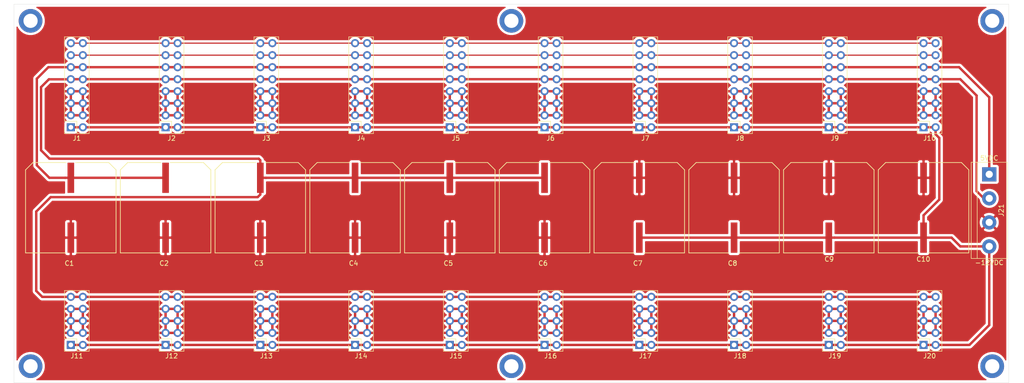
<source format=kicad_pcb>
(kicad_pcb (version 20171130) (host pcbnew "(5.1.5)-3")
  (layers (0 F.Cu signal) (31 B.Cu signal) (34 B.Paste user) (35 F.Paste user) (36 B.SilkS user) (37 F.SilkS user) (38 B.Mask user) (39 F.Mask user) (44 Edge.Cuts user))
  (net 0 "")
  (net 1 /Gate)
  (net 2 /CV)
  (net 3 /0VDC)
  (net 4 /+5VDC)
  (net 5 /+12VDC)
  (net 6 /-12VDC)
  (module Custom_Library:Mount_Hole_3mm (layer F.Cu) (at 3.5 76.5)
    (fp_text reference REF** hide)
    (fp_text value Mount_Hole_3mm)
    (pad 1 thru_hole circle (at 0 0) (size 5 5) (drill 3) (layers *.Cu *.Mask))
  )
  (module Custom_Library:Mount_Hole_3mm (layer F.Cu) (at 105 76.5)
    (fp_text reference REF** hide)
    (fp_text value Mount_Hole_3mm)
    (pad 1 thru_hole circle (at 0 0) (size 5 5) (drill 3) (layers *.Cu *.Mask))
  )
  (module Custom_Library:Mount_Hole_3mm (layer F.Cu) (at 206.5 76.5)
    (fp_text reference REF** hide)
    (fp_text value Mount_Hole_3mm)
    (pad 1 thru_hole circle (at 0 0) (size 5 5) (drill 3) (layers *.Cu *.Mask))
  )
  (module Custom_Library:Mount_Hole_3mm (layer F.Cu) (at 206.5 3.5)
    (fp_text reference REF** hide)
    (fp_text value Mount_Hole_3mm)
    (pad 1 thru_hole circle (at 0 0) (size 5 5) (drill 3) (layers *.Cu *.Mask))
  )
  (module Custom_Library:Mount_Hole_3mm (layer F.Cu) (at 105 3.5)
    (fp_text reference REF** hide)
    (fp_text value Mount_Hole_3mm)
    (pad 1 thru_hole circle (at 0 0) (size 5 5) (drill 3) (layers *.Cu *.Mask))
  )
  (module Custom_Library:Mount_Hole_3mm (layer F.Cu) (at 3.5 3.5)
    (fp_text reference REF** hide)
    (fp_text value Mount_Hole_3mm)
    (pad 1 thru_hole circle (at 0 0) (size 5 5) (drill 3) (layers *.Cu *.Mask))
  )
  (module "Custom_Library:CP_Elec_18 x 21.5" (layer F.Cu) (at 32 43)
    (fp_text reference C2 (at -0.3175 11.7475) (layer F.SilkS))
    (fp_text value 2200uF)
    (pad 1 smd rect (at 0 -6.325) (size 1.4 6.4) (layers F.Cu F.Paste F.Mask) (net 4 /+5VDC))
    (pad 2 smd rect (at 0 6.325) (size 1.4 6.4) (layers F.Cu F.Paste F.Mask) (net 3 /0VDC))
  )
  (module "Custom_Library:CP_Elec_18 x 21.5" (layer F.Cu) (at 12 43)
    (fp_text reference C1 (at -0.3175 11.7475) (layer F.SilkS))
    (fp_text value 2200uF)
    (pad 2 smd rect (at 0 6.325) (size 1.4 6.4) (layers F.Cu F.Paste F.Mask) (net 3 /0VDC))
    (pad 1 smd rect (at 0 -6.325) (size 1.4 6.4) (layers F.Cu F.Paste F.Mask) (net 4 /+5VDC))
  )
  (module "Custom_Library:CP_Elec_18 x 21.5" (layer F.Cu) (at 52 43)
    (fp_text reference C3 (at -0.3175 11.7475) (layer F.SilkS))
    (fp_text value 2200uF)
    (pad 1 smd rect (at 0 -6.325) (size 1.4 6.4) (layers F.Cu F.Paste F.Mask) (net 5 /+12VDC))
    (pad 2 smd rect (at 0 6.325) (size 1.4 6.4) (layers F.Cu F.Paste F.Mask) (net 3 /0VDC))
  )
  (module "Custom_Library:CP_Elec_18 x 21.5" (layer F.Cu) (at 72 43)
    (fp_text reference C4 (at -0.3175 11.7475) (layer F.SilkS))
    (fp_text value 2200uF)
    (pad 1 smd rect (at 0 -6.325) (size 1.4 6.4) (layers F.Cu F.Paste F.Mask) (net 5 /+12VDC))
    (pad 2 smd rect (at 0 6.325) (size 1.4 6.4) (layers F.Cu F.Paste F.Mask) (net 3 /0VDC))
  )
  (module "Custom_Library:CP_Elec_18 x 21.5" (layer F.Cu) (at 132 43)
    (fp_text reference C7 (at -0.3175 11.7475) (layer F.SilkS))
    (fp_text value 2200uF)
    (pad 2 smd rect (at 0 6.325) (size 1.4 6.4) (layers F.Cu F.Paste F.Mask) (net 6 /-12VDC))
    (pad 1 smd rect (at 0 -6.325) (size 1.4 6.4) (layers F.Cu F.Paste F.Mask) (net 3 /0VDC))
  )
  (module "Custom_Library:CP_Elec_18 x 21.5" (layer F.Cu) (at 152 43)
    (fp_text reference C8 (at -0.3175 11.7475) (layer F.SilkS))
    (fp_text value 2200uF)
    (pad 2 smd rect (at 0 6.325) (size 1.4 6.4) (layers F.Cu F.Paste F.Mask) (net 6 /-12VDC))
    (pad 1 smd rect (at 0 -6.325) (size 1.4 6.4) (layers F.Cu F.Paste F.Mask) (net 3 /0VDC))
  )
  (module "Custom_Library:CP_Elec_18 x 21.5" (layer F.Cu) (at 92 43)
    (fp_text reference C5 (at -0.3175 11.7475) (layer F.SilkS))
    (fp_text value 2200uF)
    (pad 1 smd rect (at 0 -6.325) (size 1.4 6.4) (layers F.Cu F.Paste F.Mask) (net 5 /+12VDC))
    (pad 2 smd rect (at 0 6.325) (size 1.4 6.4) (layers F.Cu F.Paste F.Mask) (net 3 /0VDC))
  )
  (module "Custom_Library:CP_Elec_18 x 21.5" (layer F.Cu) (at 112 43)
    (fp_text reference C6 (at -0.3175 11.7475) (layer F.SilkS))
    (fp_text value 2200uF)
    (pad 1 smd rect (at 0 -6.325) (size 1.4 6.4) (layers F.Cu F.Paste F.Mask) (net 5 /+12VDC))
    (pad 2 smd rect (at 0 6.325) (size 1.4 6.4) (layers F.Cu F.Paste F.Mask) (net 3 /0VDC))
  )
  (module "Custom_Library:CP_Elec_18 x 21.5" (layer F.Cu) (at 172 43)
    (fp_text reference C9 (at 0.07008 10.87708) (layer F.SilkS))
    (fp_text value 2200uF)
    (pad 2 smd rect (at 0 6.325) (size 1.4 6.4) (layers F.Cu F.Paste F.Mask) (net 6 /-12VDC))
    (pad 1 smd rect (at 0 -6.325) (size 1.4 6.4) (layers F.Cu F.Paste F.Mask) (net 3 /0VDC))
  )
  (module "Custom_Library:CP_Elec_18 x 21.5" (layer F.Cu) (at 192 43)
    (fp_text reference C10 (at -0.04856 10.88216) (layer F.SilkS))
    (fp_text value 2200uF)
    (pad 2 smd rect (at 0 6.325) (size 1.4 6.4) (layers F.Cu F.Paste F.Mask) (net 6 /-12VDC))
    (pad 1 smd rect (at 0 -6.325) (size 1.4 6.4) (layers F.Cu F.Paste F.Mask) (net 3 /0VDC))
  )
  (module Socket_Strips:Socket_Strip_Straight_2x08_Pitch2.54mm (layer F.Cu) (at 12 26 180)
    (fp_text reference J1 (at -1.27 -2.33) (layer F.SilkS))
    (fp_text value Conn_02x08_Odd_Even)
    (pad 16 thru_hole oval (at -2.54 17.78 180) (size 1.7 1.7) (drill 1) (layers *.Cu *.Mask) (net 1 /Gate))
    (pad 15 thru_hole oval (at 0 17.78 180) (size 1.7 1.7) (drill 1) (layers *.Cu *.Mask) (net 1 /Gate))
    (pad 14 thru_hole oval (at -2.54 15.24 180) (size 1.7 1.7) (drill 1) (layers *.Cu *.Mask) (net 2 /CV))
    (pad 13 thru_hole oval (at 0 15.24 180) (size 1.7 1.7) (drill 1) (layers *.Cu *.Mask) (net 2 /CV))
    (pad 12 thru_hole oval (at -2.54 12.7 180) (size 1.7 1.7) (drill 1) (layers *.Cu *.Mask) (net 4 /+5VDC))
    (pad 11 thru_hole oval (at 0 12.7 180) (size 1.7 1.7) (drill 1) (layers *.Cu *.Mask) (net 4 /+5VDC))
    (pad 10 thru_hole oval (at -2.54 10.16 180) (size 1.7 1.7) (drill 1) (layers *.Cu *.Mask) (net 5 /+12VDC))
    (pad 9 thru_hole oval (at 0 10.16 180) (size 1.7 1.7) (drill 1) (layers *.Cu *.Mask) (net 5 /+12VDC))
    (pad 8 thru_hole oval (at -2.54 7.62 180) (size 1.7 1.7) (drill 1) (layers *.Cu *.Mask) (net 3 /0VDC))
    (pad 7 thru_hole oval (at 0 7.62 180) (size 1.7 1.7) (drill 1) (layers *.Cu *.Mask) (net 3 /0VDC))
    (pad 6 thru_hole oval (at -2.54 5.08 180) (size 1.7 1.7) (drill 1) (layers *.Cu *.Mask) (net 3 /0VDC))
    (pad 5 thru_hole oval (at 0 5.08 180) (size 1.7 1.7) (drill 1) (layers *.Cu *.Mask) (net 3 /0VDC))
    (pad 4 thru_hole oval (at -2.54 2.54 180) (size 1.7 1.7) (drill 1) (layers *.Cu *.Mask) (net 3 /0VDC))
    (pad 3 thru_hole oval (at 0 2.54 180) (size 1.7 1.7) (drill 1) (layers *.Cu *.Mask) (net 3 /0VDC))
    (pad 2 thru_hole oval (at -2.54 0 180) (size 1.7 1.7) (drill 1) (layers *.Cu *.Mask) (net 6 /-12VDC))
    (pad 1 thru_hole rect (at 0 0 180) (size 1.7 1.7) (drill 1) (layers *.Cu *.Mask) (net 6 /-12VDC))
  )
  (module Socket_Strips:Socket_Strip_Straight_2x08_Pitch2.54mm (layer F.Cu) (at 32 26 180)
    (fp_text reference J2 (at -1.27 -2.33) (layer F.SilkS))
    (fp_text value Conn_02x08_Odd_Even)
    (pad 16 thru_hole oval (at -2.54 17.78 180) (size 1.7 1.7) (drill 1) (layers *.Cu *.Mask) (net 1 /Gate))
    (pad 15 thru_hole oval (at 0 17.78 180) (size 1.7 1.7) (drill 1) (layers *.Cu *.Mask) (net 1 /Gate))
    (pad 14 thru_hole oval (at -2.54 15.24 180) (size 1.7 1.7) (drill 1) (layers *.Cu *.Mask) (net 2 /CV))
    (pad 13 thru_hole oval (at 0 15.24 180) (size 1.7 1.7) (drill 1) (layers *.Cu *.Mask) (net 2 /CV))
    (pad 12 thru_hole oval (at -2.54 12.7 180) (size 1.7 1.7) (drill 1) (layers *.Cu *.Mask) (net 4 /+5VDC))
    (pad 11 thru_hole oval (at 0 12.7 180) (size 1.7 1.7) (drill 1) (layers *.Cu *.Mask) (net 4 /+5VDC))
    (pad 10 thru_hole oval (at -2.54 10.16 180) (size 1.7 1.7) (drill 1) (layers *.Cu *.Mask) (net 5 /+12VDC))
    (pad 9 thru_hole oval (at 0 10.16 180) (size 1.7 1.7) (drill 1) (layers *.Cu *.Mask) (net 5 /+12VDC))
    (pad 8 thru_hole oval (at -2.54 7.62 180) (size 1.7 1.7) (drill 1) (layers *.Cu *.Mask) (net 3 /0VDC))
    (pad 7 thru_hole oval (at 0 7.62 180) (size 1.7 1.7) (drill 1) (layers *.Cu *.Mask) (net 3 /0VDC))
    (pad 6 thru_hole oval (at -2.54 5.08 180) (size 1.7 1.7) (drill 1) (layers *.Cu *.Mask) (net 3 /0VDC))
    (pad 5 thru_hole oval (at 0 5.08 180) (size 1.7 1.7) (drill 1) (layers *.Cu *.Mask) (net 3 /0VDC))
    (pad 4 thru_hole oval (at -2.54 2.54 180) (size 1.7 1.7) (drill 1) (layers *.Cu *.Mask) (net 3 /0VDC))
    (pad 3 thru_hole oval (at 0 2.54 180) (size 1.7 1.7) (drill 1) (layers *.Cu *.Mask) (net 3 /0VDC))
    (pad 2 thru_hole oval (at -2.54 0 180) (size 1.7 1.7) (drill 1) (layers *.Cu *.Mask) (net 6 /-12VDC))
    (pad 1 thru_hole rect (at 0 0 180) (size 1.7 1.7) (drill 1) (layers *.Cu *.Mask) (net 6 /-12VDC))
  )
  (module Socket_Strips:Socket_Strip_Straight_2x08_Pitch2.54mm (layer F.Cu) (at 52 26 180)
    (fp_text reference J3 (at -1.27 -2.33) (layer F.SilkS))
    (fp_text value Conn_02x08_Odd_Even)
    (pad 1 thru_hole rect (at 0 0 180) (size 1.7 1.7) (drill 1) (layers *.Cu *.Mask) (net 6 /-12VDC))
    (pad 2 thru_hole oval (at -2.54 0 180) (size 1.7 1.7) (drill 1) (layers *.Cu *.Mask) (net 6 /-12VDC))
    (pad 3 thru_hole oval (at 0 2.54 180) (size 1.7 1.7) (drill 1) (layers *.Cu *.Mask) (net 3 /0VDC))
    (pad 4 thru_hole oval (at -2.54 2.54 180) (size 1.7 1.7) (drill 1) (layers *.Cu *.Mask) (net 3 /0VDC))
    (pad 5 thru_hole oval (at 0 5.08 180) (size 1.7 1.7) (drill 1) (layers *.Cu *.Mask) (net 3 /0VDC))
    (pad 6 thru_hole oval (at -2.54 5.08 180) (size 1.7 1.7) (drill 1) (layers *.Cu *.Mask) (net 3 /0VDC))
    (pad 7 thru_hole oval (at 0 7.62 180) (size 1.7 1.7) (drill 1) (layers *.Cu *.Mask) (net 3 /0VDC))
    (pad 8 thru_hole oval (at -2.54 7.62 180) (size 1.7 1.7) (drill 1) (layers *.Cu *.Mask) (net 3 /0VDC))
    (pad 9 thru_hole oval (at 0 10.16 180) (size 1.7 1.7) (drill 1) (layers *.Cu *.Mask) (net 5 /+12VDC))
    (pad 10 thru_hole oval (at -2.54 10.16 180) (size 1.7 1.7) (drill 1) (layers *.Cu *.Mask) (net 5 /+12VDC))
    (pad 11 thru_hole oval (at 0 12.7 180) (size 1.7 1.7) (drill 1) (layers *.Cu *.Mask) (net 4 /+5VDC))
    (pad 12 thru_hole oval (at -2.54 12.7 180) (size 1.7 1.7) (drill 1) (layers *.Cu *.Mask) (net 4 /+5VDC))
    (pad 13 thru_hole oval (at 0 15.24 180) (size 1.7 1.7) (drill 1) (layers *.Cu *.Mask) (net 2 /CV))
    (pad 14 thru_hole oval (at -2.54 15.24 180) (size 1.7 1.7) (drill 1) (layers *.Cu *.Mask) (net 2 /CV))
    (pad 15 thru_hole oval (at 0 17.78 180) (size 1.7 1.7) (drill 1) (layers *.Cu *.Mask) (net 1 /Gate))
    (pad 16 thru_hole oval (at -2.54 17.78 180) (size 1.7 1.7) (drill 1) (layers *.Cu *.Mask) (net 1 /Gate))
  )
  (module Socket_Strips:Socket_Strip_Straight_2x08_Pitch2.54mm (layer F.Cu) (at 72 26 180)
    (fp_text reference J4 (at -1.27 -2.33) (layer F.SilkS))
    (fp_text value Conn_02x08_Odd_Even)
    (pad 16 thru_hole oval (at -2.54 17.78 180) (size 1.7 1.7) (drill 1) (layers *.Cu *.Mask) (net 1 /Gate))
    (pad 15 thru_hole oval (at 0 17.78 180) (size 1.7 1.7) (drill 1) (layers *.Cu *.Mask) (net 1 /Gate))
    (pad 14 thru_hole oval (at -2.54 15.24 180) (size 1.7 1.7) (drill 1) (layers *.Cu *.Mask) (net 2 /CV))
    (pad 13 thru_hole oval (at 0 15.24 180) (size 1.7 1.7) (drill 1) (layers *.Cu *.Mask) (net 2 /CV))
    (pad 12 thru_hole oval (at -2.54 12.7 180) (size 1.7 1.7) (drill 1) (layers *.Cu *.Mask) (net 4 /+5VDC))
    (pad 11 thru_hole oval (at 0 12.7 180) (size 1.7 1.7) (drill 1) (layers *.Cu *.Mask) (net 4 /+5VDC))
    (pad 10 thru_hole oval (at -2.54 10.16 180) (size 1.7 1.7) (drill 1) (layers *.Cu *.Mask) (net 5 /+12VDC))
    (pad 9 thru_hole oval (at 0 10.16 180) (size 1.7 1.7) (drill 1) (layers *.Cu *.Mask) (net 5 /+12VDC))
    (pad 8 thru_hole oval (at -2.54 7.62 180) (size 1.7 1.7) (drill 1) (layers *.Cu *.Mask) (net 3 /0VDC))
    (pad 7 thru_hole oval (at 0 7.62 180) (size 1.7 1.7) (drill 1) (layers *.Cu *.Mask) (net 3 /0VDC))
    (pad 6 thru_hole oval (at -2.54 5.08 180) (size 1.7 1.7) (drill 1) (layers *.Cu *.Mask) (net 3 /0VDC))
    (pad 5 thru_hole oval (at 0 5.08 180) (size 1.7 1.7) (drill 1) (layers *.Cu *.Mask) (net 3 /0VDC))
    (pad 4 thru_hole oval (at -2.54 2.54 180) (size 1.7 1.7) (drill 1) (layers *.Cu *.Mask) (net 3 /0VDC))
    (pad 3 thru_hole oval (at 0 2.54 180) (size 1.7 1.7) (drill 1) (layers *.Cu *.Mask) (net 3 /0VDC))
    (pad 2 thru_hole oval (at -2.54 0 180) (size 1.7 1.7) (drill 1) (layers *.Cu *.Mask) (net 6 /-12VDC))
    (pad 1 thru_hole rect (at 0 0 180) (size 1.7 1.7) (drill 1) (layers *.Cu *.Mask) (net 6 /-12VDC))
  )
  (module Socket_Strips:Socket_Strip_Straight_2x08_Pitch2.54mm (layer F.Cu) (at 92 26 180)
    (fp_text reference J5 (at -1.27 -2.33) (layer F.SilkS))
    (fp_text value Conn_02x08_Odd_Even)
    (pad 1 thru_hole rect (at 0 0 180) (size 1.7 1.7) (drill 1) (layers *.Cu *.Mask) (net 6 /-12VDC))
    (pad 2 thru_hole oval (at -2.54 0 180) (size 1.7 1.7) (drill 1) (layers *.Cu *.Mask) (net 6 /-12VDC))
    (pad 3 thru_hole oval (at 0 2.54 180) (size 1.7 1.7) (drill 1) (layers *.Cu *.Mask) (net 3 /0VDC))
    (pad 4 thru_hole oval (at -2.54 2.54 180) (size 1.7 1.7) (drill 1) (layers *.Cu *.Mask) (net 3 /0VDC))
    (pad 5 thru_hole oval (at 0 5.08 180) (size 1.7 1.7) (drill 1) (layers *.Cu *.Mask) (net 3 /0VDC))
    (pad 6 thru_hole oval (at -2.54 5.08 180) (size 1.7 1.7) (drill 1) (layers *.Cu *.Mask) (net 3 /0VDC))
    (pad 7 thru_hole oval (at 0 7.62 180) (size 1.7 1.7) (drill 1) (layers *.Cu *.Mask) (net 3 /0VDC))
    (pad 8 thru_hole oval (at -2.54 7.62 180) (size 1.7 1.7) (drill 1) (layers *.Cu *.Mask) (net 3 /0VDC))
    (pad 9 thru_hole oval (at 0 10.16 180) (size 1.7 1.7) (drill 1) (layers *.Cu *.Mask) (net 5 /+12VDC))
    (pad 10 thru_hole oval (at -2.54 10.16 180) (size 1.7 1.7) (drill 1) (layers *.Cu *.Mask) (net 5 /+12VDC))
    (pad 11 thru_hole oval (at 0 12.7 180) (size 1.7 1.7) (drill 1) (layers *.Cu *.Mask) (net 4 /+5VDC))
    (pad 12 thru_hole oval (at -2.54 12.7 180) (size 1.7 1.7) (drill 1) (layers *.Cu *.Mask) (net 4 /+5VDC))
    (pad 13 thru_hole oval (at 0 15.24 180) (size 1.7 1.7) (drill 1) (layers *.Cu *.Mask) (net 2 /CV))
    (pad 14 thru_hole oval (at -2.54 15.24 180) (size 1.7 1.7) (drill 1) (layers *.Cu *.Mask) (net 2 /CV))
    (pad 15 thru_hole oval (at 0 17.78 180) (size 1.7 1.7) (drill 1) (layers *.Cu *.Mask) (net 1 /Gate))
    (pad 16 thru_hole oval (at -2.54 17.78 180) (size 1.7 1.7) (drill 1) (layers *.Cu *.Mask) (net 1 /Gate))
  )
  (module Socket_Strips:Socket_Strip_Straight_2x08_Pitch2.54mm (layer F.Cu) (at 112 26 180)
    (fp_text reference J6 (at -1.27 -2.33) (layer F.SilkS))
    (fp_text value Conn_02x08_Odd_Even)
    (pad 1 thru_hole rect (at 0 0 180) (size 1.7 1.7) (drill 1) (layers *.Cu *.Mask) (net 6 /-12VDC))
    (pad 2 thru_hole oval (at -2.54 0 180) (size 1.7 1.7) (drill 1) (layers *.Cu *.Mask) (net 6 /-12VDC))
    (pad 3 thru_hole oval (at 0 2.54 180) (size 1.7 1.7) (drill 1) (layers *.Cu *.Mask) (net 3 /0VDC))
    (pad 4 thru_hole oval (at -2.54 2.54 180) (size 1.7 1.7) (drill 1) (layers *.Cu *.Mask) (net 3 /0VDC))
    (pad 5 thru_hole oval (at 0 5.08 180) (size 1.7 1.7) (drill 1) (layers *.Cu *.Mask) (net 3 /0VDC))
    (pad 6 thru_hole oval (at -2.54 5.08 180) (size 1.7 1.7) (drill 1) (layers *.Cu *.Mask) (net 3 /0VDC))
    (pad 7 thru_hole oval (at 0 7.62 180) (size 1.7 1.7) (drill 1) (layers *.Cu *.Mask) (net 3 /0VDC))
    (pad 8 thru_hole oval (at -2.54 7.62 180) (size 1.7 1.7) (drill 1) (layers *.Cu *.Mask) (net 3 /0VDC))
    (pad 9 thru_hole oval (at 0 10.16 180) (size 1.7 1.7) (drill 1) (layers *.Cu *.Mask) (net 5 /+12VDC))
    (pad 10 thru_hole oval (at -2.54 10.16 180) (size 1.7 1.7) (drill 1) (layers *.Cu *.Mask) (net 5 /+12VDC))
    (pad 11 thru_hole oval (at 0 12.7 180) (size 1.7 1.7) (drill 1) (layers *.Cu *.Mask) (net 4 /+5VDC))
    (pad 12 thru_hole oval (at -2.54 12.7 180) (size 1.7 1.7) (drill 1) (layers *.Cu *.Mask) (net 4 /+5VDC))
    (pad 13 thru_hole oval (at 0 15.24 180) (size 1.7 1.7) (drill 1) (layers *.Cu *.Mask) (net 2 /CV))
    (pad 14 thru_hole oval (at -2.54 15.24 180) (size 1.7 1.7) (drill 1) (layers *.Cu *.Mask) (net 2 /CV))
    (pad 15 thru_hole oval (at 0 17.78 180) (size 1.7 1.7) (drill 1) (layers *.Cu *.Mask) (net 1 /Gate))
    (pad 16 thru_hole oval (at -2.54 17.78 180) (size 1.7 1.7) (drill 1) (layers *.Cu *.Mask) (net 1 /Gate))
  )
  (module Socket_Strips:Socket_Strip_Straight_2x08_Pitch2.54mm (layer F.Cu) (at 132 26 180)
    (fp_text reference J7 (at -1.27 -2.33) (layer F.SilkS))
    (fp_text value Conn_02x08_Odd_Even)
    (pad 16 thru_hole oval (at -2.54 17.78 180) (size 1.7 1.7) (drill 1) (layers *.Cu *.Mask) (net 1 /Gate))
    (pad 15 thru_hole oval (at 0 17.78 180) (size 1.7 1.7) (drill 1) (layers *.Cu *.Mask) (net 1 /Gate))
    (pad 14 thru_hole oval (at -2.54 15.24 180) (size 1.7 1.7) (drill 1) (layers *.Cu *.Mask) (net 2 /CV))
    (pad 13 thru_hole oval (at 0 15.24 180) (size 1.7 1.7) (drill 1) (layers *.Cu *.Mask) (net 2 /CV))
    (pad 12 thru_hole oval (at -2.54 12.7 180) (size 1.7 1.7) (drill 1) (layers *.Cu *.Mask) (net 4 /+5VDC))
    (pad 11 thru_hole oval (at 0 12.7 180) (size 1.7 1.7) (drill 1) (layers *.Cu *.Mask) (net 4 /+5VDC))
    (pad 10 thru_hole oval (at -2.54 10.16 180) (size 1.7 1.7) (drill 1) (layers *.Cu *.Mask) (net 5 /+12VDC))
    (pad 9 thru_hole oval (at 0 10.16 180) (size 1.7 1.7) (drill 1) (layers *.Cu *.Mask) (net 5 /+12VDC))
    (pad 8 thru_hole oval (at -2.54 7.62 180) (size 1.7 1.7) (drill 1) (layers *.Cu *.Mask) (net 3 /0VDC))
    (pad 7 thru_hole oval (at 0 7.62 180) (size 1.7 1.7) (drill 1) (layers *.Cu *.Mask) (net 3 /0VDC))
    (pad 6 thru_hole oval (at -2.54 5.08 180) (size 1.7 1.7) (drill 1) (layers *.Cu *.Mask) (net 3 /0VDC))
    (pad 5 thru_hole oval (at 0 5.08 180) (size 1.7 1.7) (drill 1) (layers *.Cu *.Mask) (net 3 /0VDC))
    (pad 4 thru_hole oval (at -2.54 2.54 180) (size 1.7 1.7) (drill 1) (layers *.Cu *.Mask) (net 3 /0VDC))
    (pad 3 thru_hole oval (at 0 2.54 180) (size 1.7 1.7) (drill 1) (layers *.Cu *.Mask) (net 3 /0VDC))
    (pad 2 thru_hole oval (at -2.54 0 180) (size 1.7 1.7) (drill 1) (layers *.Cu *.Mask) (net 6 /-12VDC))
    (pad 1 thru_hole rect (at 0 0 180) (size 1.7 1.7) (drill 1) (layers *.Cu *.Mask) (net 6 /-12VDC))
  )
  (module Socket_Strips:Socket_Strip_Straight_2x08_Pitch2.54mm (layer F.Cu) (at 152 26 180)
    (fp_text reference J8 (at -1.27 -2.33) (layer F.SilkS))
    (fp_text value Conn_02x08_Odd_Even)
    (pad 1 thru_hole rect (at 0 0 180) (size 1.7 1.7) (drill 1) (layers *.Cu *.Mask) (net 6 /-12VDC))
    (pad 2 thru_hole oval (at -2.54 0 180) (size 1.7 1.7) (drill 1) (layers *.Cu *.Mask) (net 6 /-12VDC))
    (pad 3 thru_hole oval (at 0 2.54 180) (size 1.7 1.7) (drill 1) (layers *.Cu *.Mask) (net 3 /0VDC))
    (pad 4 thru_hole oval (at -2.54 2.54 180) (size 1.7 1.7) (drill 1) (layers *.Cu *.Mask) (net 3 /0VDC))
    (pad 5 thru_hole oval (at 0 5.08 180) (size 1.7 1.7) (drill 1) (layers *.Cu *.Mask) (net 3 /0VDC))
    (pad 6 thru_hole oval (at -2.54 5.08 180) (size 1.7 1.7) (drill 1) (layers *.Cu *.Mask) (net 3 /0VDC))
    (pad 7 thru_hole oval (at 0 7.62 180) (size 1.7 1.7) (drill 1) (layers *.Cu *.Mask) (net 3 /0VDC))
    (pad 8 thru_hole oval (at -2.54 7.62 180) (size 1.7 1.7) (drill 1) (layers *.Cu *.Mask) (net 3 /0VDC))
    (pad 9 thru_hole oval (at 0 10.16 180) (size 1.7 1.7) (drill 1) (layers *.Cu *.Mask) (net 5 /+12VDC))
    (pad 10 thru_hole oval (at -2.54 10.16 180) (size 1.7 1.7) (drill 1) (layers *.Cu *.Mask) (net 5 /+12VDC))
    (pad 11 thru_hole oval (at 0 12.7 180) (size 1.7 1.7) (drill 1) (layers *.Cu *.Mask) (net 4 /+5VDC))
    (pad 12 thru_hole oval (at -2.54 12.7 180) (size 1.7 1.7) (drill 1) (layers *.Cu *.Mask) (net 4 /+5VDC))
    (pad 13 thru_hole oval (at 0 15.24 180) (size 1.7 1.7) (drill 1) (layers *.Cu *.Mask) (net 2 /CV))
    (pad 14 thru_hole oval (at -2.54 15.24 180) (size 1.7 1.7) (drill 1) (layers *.Cu *.Mask) (net 2 /CV))
    (pad 15 thru_hole oval (at 0 17.78 180) (size 1.7 1.7) (drill 1) (layers *.Cu *.Mask) (net 1 /Gate))
    (pad 16 thru_hole oval (at -2.54 17.78 180) (size 1.7 1.7) (drill 1) (layers *.Cu *.Mask) (net 1 /Gate))
  )
  (module Socket_Strips:Socket_Strip_Straight_2x08_Pitch2.54mm (layer F.Cu) (at 172 26 180)
    (fp_text reference J9 (at -1.27 -2.33) (layer F.SilkS))
    (fp_text value Conn_02x08_Odd_Even)
    (pad 16 thru_hole oval (at -2.54 17.78 180) (size 1.7 1.7) (drill 1) (layers *.Cu *.Mask) (net 1 /Gate))
    (pad 15 thru_hole oval (at 0 17.78 180) (size 1.7 1.7) (drill 1) (layers *.Cu *.Mask) (net 1 /Gate))
    (pad 14 thru_hole oval (at -2.54 15.24 180) (size 1.7 1.7) (drill 1) (layers *.Cu *.Mask) (net 2 /CV))
    (pad 13 thru_hole oval (at 0 15.24 180) (size 1.7 1.7) (drill 1) (layers *.Cu *.Mask) (net 2 /CV))
    (pad 12 thru_hole oval (at -2.54 12.7 180) (size 1.7 1.7) (drill 1) (layers *.Cu *.Mask) (net 4 /+5VDC))
    (pad 11 thru_hole oval (at 0 12.7 180) (size 1.7 1.7) (drill 1) (layers *.Cu *.Mask) (net 4 /+5VDC))
    (pad 10 thru_hole oval (at -2.54 10.16 180) (size 1.7 1.7) (drill 1) (layers *.Cu *.Mask) (net 5 /+12VDC))
    (pad 9 thru_hole oval (at 0 10.16 180) (size 1.7 1.7) (drill 1) (layers *.Cu *.Mask) (net 5 /+12VDC))
    (pad 8 thru_hole oval (at -2.54 7.62 180) (size 1.7 1.7) (drill 1) (layers *.Cu *.Mask) (net 3 /0VDC))
    (pad 7 thru_hole oval (at 0 7.62 180) (size 1.7 1.7) (drill 1) (layers *.Cu *.Mask) (net 3 /0VDC))
    (pad 6 thru_hole oval (at -2.54 5.08 180) (size 1.7 1.7) (drill 1) (layers *.Cu *.Mask) (net 3 /0VDC))
    (pad 5 thru_hole oval (at 0 5.08 180) (size 1.7 1.7) (drill 1) (layers *.Cu *.Mask) (net 3 /0VDC))
    (pad 4 thru_hole oval (at -2.54 2.54 180) (size 1.7 1.7) (drill 1) (layers *.Cu *.Mask) (net 3 /0VDC))
    (pad 3 thru_hole oval (at 0 2.54 180) (size 1.7 1.7) (drill 1) (layers *.Cu *.Mask) (net 3 /0VDC))
    (pad 2 thru_hole oval (at -2.54 0 180) (size 1.7 1.7) (drill 1) (layers *.Cu *.Mask) (net 6 /-12VDC))
    (pad 1 thru_hole rect (at 0 0 180) (size 1.7 1.7) (drill 1) (layers *.Cu *.Mask) (net 6 /-12VDC))
  )
  (module Socket_Strips:Socket_Strip_Straight_2x08_Pitch2.54mm (layer F.Cu) (at 192 26 180)
    (fp_text reference J10 (at -1.27 -2.33) (layer F.SilkS))
    (fp_text value Conn_02x08_Odd_Even)
    (pad 1 thru_hole rect (at 0 0 180) (size 1.7 1.7) (drill 1) (layers *.Cu *.Mask) (net 6 /-12VDC))
    (pad 2 thru_hole oval (at -2.54 0 180) (size 1.7 1.7) (drill 1) (layers *.Cu *.Mask) (net 6 /-12VDC))
    (pad 3 thru_hole oval (at 0 2.54 180) (size 1.7 1.7) (drill 1) (layers *.Cu *.Mask) (net 3 /0VDC))
    (pad 4 thru_hole oval (at -2.54 2.54 180) (size 1.7 1.7) (drill 1) (layers *.Cu *.Mask) (net 3 /0VDC))
    (pad 5 thru_hole oval (at 0 5.08 180) (size 1.7 1.7) (drill 1) (layers *.Cu *.Mask) (net 3 /0VDC))
    (pad 6 thru_hole oval (at -2.54 5.08 180) (size 1.7 1.7) (drill 1) (layers *.Cu *.Mask) (net 3 /0VDC))
    (pad 7 thru_hole oval (at 0 7.62 180) (size 1.7 1.7) (drill 1) (layers *.Cu *.Mask) (net 3 /0VDC))
    (pad 8 thru_hole oval (at -2.54 7.62 180) (size 1.7 1.7) (drill 1) (layers *.Cu *.Mask) (net 3 /0VDC))
    (pad 9 thru_hole oval (at 0 10.16 180) (size 1.7 1.7) (drill 1) (layers *.Cu *.Mask) (net 5 /+12VDC))
    (pad 10 thru_hole oval (at -2.54 10.16 180) (size 1.7 1.7) (drill 1) (layers *.Cu *.Mask) (net 5 /+12VDC))
    (pad 11 thru_hole oval (at 0 12.7 180) (size 1.7 1.7) (drill 1) (layers *.Cu *.Mask) (net 4 /+5VDC))
    (pad 12 thru_hole oval (at -2.54 12.7 180) (size 1.7 1.7) (drill 1) (layers *.Cu *.Mask) (net 4 /+5VDC))
    (pad 13 thru_hole oval (at 0 15.24 180) (size 1.7 1.7) (drill 1) (layers *.Cu *.Mask) (net 2 /CV))
    (pad 14 thru_hole oval (at -2.54 15.24 180) (size 1.7 1.7) (drill 1) (layers *.Cu *.Mask) (net 2 /CV))
    (pad 15 thru_hole oval (at 0 17.78 180) (size 1.7 1.7) (drill 1) (layers *.Cu *.Mask) (net 1 /Gate))
    (pad 16 thru_hole oval (at -2.54 17.78 180) (size 1.7 1.7) (drill 1) (layers *.Cu *.Mask) (net 1 /Gate))
  )
  (module Socket_Strips:Socket_Strip_Straight_2x05_Pitch2.54mm (layer F.Cu) (at 12 72 180)
    (fp_text reference J11 (at -1.27 -2.33) (layer F.SilkS))
    (fp_text value Conn_02x05_Odd_Even)
    (pad 1 thru_hole rect (at 0 0 180) (size 1.7 1.7) (drill 1) (layers *.Cu *.Mask) (net 6 /-12VDC))
    (pad 2 thru_hole oval (at -2.54 0 180) (size 1.7 1.7) (drill 1) (layers *.Cu *.Mask) (net 6 /-12VDC))
    (pad 3 thru_hole oval (at 0 2.54 180) (size 1.7 1.7) (drill 1) (layers *.Cu *.Mask) (net 3 /0VDC))
    (pad 4 thru_hole oval (at -2.54 2.54 180) (size 1.7 1.7) (drill 1) (layers *.Cu *.Mask) (net 3 /0VDC))
    (pad 5 thru_hole oval (at 0 5.08 180) (size 1.7 1.7) (drill 1) (layers *.Cu *.Mask) (net 3 /0VDC))
    (pad 6 thru_hole oval (at -2.54 5.08 180) (size 1.7 1.7) (drill 1) (layers *.Cu *.Mask) (net 3 /0VDC))
    (pad 7 thru_hole oval (at 0 7.62 180) (size 1.7 1.7) (drill 1) (layers *.Cu *.Mask) (net 3 /0VDC))
    (pad 8 thru_hole oval (at -2.54 7.62 180) (size 1.7 1.7) (drill 1) (layers *.Cu *.Mask) (net 3 /0VDC))
    (pad 9 thru_hole oval (at 0 10.16 180) (size 1.7 1.7) (drill 1) (layers *.Cu *.Mask) (net 5 /+12VDC))
    (pad 10 thru_hole oval (at -2.54 10.16 180) (size 1.7 1.7) (drill 1) (layers *.Cu *.Mask) (net 5 /+12VDC))
  )
  (module Socket_Strips:Socket_Strip_Straight_2x05_Pitch2.54mm (layer F.Cu) (at 32 72 180)
    (fp_text reference J12 (at -1.27 -2.33) (layer F.SilkS))
    (fp_text value Conn_02x05_Odd_Even)
    (pad 10 thru_hole oval (at -2.54 10.16 180) (size 1.7 1.7) (drill 1) (layers *.Cu *.Mask) (net 5 /+12VDC))
    (pad 9 thru_hole oval (at 0 10.16 180) (size 1.7 1.7) (drill 1) (layers *.Cu *.Mask) (net 5 /+12VDC))
    (pad 8 thru_hole oval (at -2.54 7.62 180) (size 1.7 1.7) (drill 1) (layers *.Cu *.Mask) (net 3 /0VDC))
    (pad 7 thru_hole oval (at 0 7.62 180) (size 1.7 1.7) (drill 1) (layers *.Cu *.Mask) (net 3 /0VDC))
    (pad 6 thru_hole oval (at -2.54 5.08 180) (size 1.7 1.7) (drill 1) (layers *.Cu *.Mask) (net 3 /0VDC))
    (pad 5 thru_hole oval (at 0 5.08 180) (size 1.7 1.7) (drill 1) (layers *.Cu *.Mask) (net 3 /0VDC))
    (pad 4 thru_hole oval (at -2.54 2.54 180) (size 1.7 1.7) (drill 1) (layers *.Cu *.Mask) (net 3 /0VDC))
    (pad 3 thru_hole oval (at 0 2.54 180) (size 1.7 1.7) (drill 1) (layers *.Cu *.Mask) (net 3 /0VDC))
    (pad 2 thru_hole oval (at -2.54 0 180) (size 1.7 1.7) (drill 1) (layers *.Cu *.Mask) (net 6 /-12VDC))
    (pad 1 thru_hole rect (at 0 0 180) (size 1.7 1.7) (drill 1) (layers *.Cu *.Mask) (net 6 /-12VDC))
  )
  (module Socket_Strips:Socket_Strip_Straight_2x05_Pitch2.54mm (layer F.Cu) (at 52 72 180)
    (fp_text reference J13 (at -1.27 -2.33) (layer F.SilkS))
    (fp_text value Conn_02x05_Odd_Even)
    (pad 1 thru_hole rect (at 0 0 180) (size 1.7 1.7) (drill 1) (layers *.Cu *.Mask) (net 6 /-12VDC))
    (pad 2 thru_hole oval (at -2.54 0 180) (size 1.7 1.7) (drill 1) (layers *.Cu *.Mask) (net 6 /-12VDC))
    (pad 3 thru_hole oval (at 0 2.54 180) (size 1.7 1.7) (drill 1) (layers *.Cu *.Mask) (net 3 /0VDC))
    (pad 4 thru_hole oval (at -2.54 2.54 180) (size 1.7 1.7) (drill 1) (layers *.Cu *.Mask) (net 3 /0VDC))
    (pad 5 thru_hole oval (at 0 5.08 180) (size 1.7 1.7) (drill 1) (layers *.Cu *.Mask) (net 3 /0VDC))
    (pad 6 thru_hole oval (at -2.54 5.08 180) (size 1.7 1.7) (drill 1) (layers *.Cu *.Mask) (net 3 /0VDC))
    (pad 7 thru_hole oval (at 0 7.62 180) (size 1.7 1.7) (drill 1) (layers *.Cu *.Mask) (net 3 /0VDC))
    (pad 8 thru_hole oval (at -2.54 7.62 180) (size 1.7 1.7) (drill 1) (layers *.Cu *.Mask) (net 3 /0VDC))
    (pad 9 thru_hole oval (at 0 10.16 180) (size 1.7 1.7) (drill 1) (layers *.Cu *.Mask) (net 5 /+12VDC))
    (pad 10 thru_hole oval (at -2.54 10.16 180) (size 1.7 1.7) (drill 1) (layers *.Cu *.Mask) (net 5 /+12VDC))
  )
  (module Socket_Strips:Socket_Strip_Straight_2x05_Pitch2.54mm (layer F.Cu) (at 72 72 180)
    (fp_text reference J14 (at -1.27 -2.33) (layer F.SilkS))
    (fp_text value Conn_02x05_Odd_Even)
    (pad 10 thru_hole oval (at -2.54 10.16 180) (size 1.7 1.7) (drill 1) (layers *.Cu *.Mask) (net 5 /+12VDC))
    (pad 9 thru_hole oval (at 0 10.16 180) (size 1.7 1.7) (drill 1) (layers *.Cu *.Mask) (net 5 /+12VDC))
    (pad 8 thru_hole oval (at -2.54 7.62 180) (size 1.7 1.7) (drill 1) (layers *.Cu *.Mask) (net 3 /0VDC))
    (pad 7 thru_hole oval (at 0 7.62 180) (size 1.7 1.7) (drill 1) (layers *.Cu *.Mask) (net 3 /0VDC))
    (pad 6 thru_hole oval (at -2.54 5.08 180) (size 1.7 1.7) (drill 1) (layers *.Cu *.Mask) (net 3 /0VDC))
    (pad 5 thru_hole oval (at 0 5.08 180) (size 1.7 1.7) (drill 1) (layers *.Cu *.Mask) (net 3 /0VDC))
    (pad 4 thru_hole oval (at -2.54 2.54 180) (size 1.7 1.7) (drill 1) (layers *.Cu *.Mask) (net 3 /0VDC))
    (pad 3 thru_hole oval (at 0 2.54 180) (size 1.7 1.7) (drill 1) (layers *.Cu *.Mask) (net 3 /0VDC))
    (pad 2 thru_hole oval (at -2.54 0 180) (size 1.7 1.7) (drill 1) (layers *.Cu *.Mask) (net 6 /-12VDC))
    (pad 1 thru_hole rect (at 0 0 180) (size 1.7 1.7) (drill 1) (layers *.Cu *.Mask) (net 6 /-12VDC))
  )
  (module Socket_Strips:Socket_Strip_Straight_2x05_Pitch2.54mm (layer F.Cu) (at 92 72 180)
    (fp_text reference J15 (at -1.27 -2.33) (layer F.SilkS))
    (fp_text value Conn_02x05_Odd_Even)
    (pad 10 thru_hole oval (at -2.54 10.16 180) (size 1.7 1.7) (drill 1) (layers *.Cu *.Mask) (net 5 /+12VDC))
    (pad 9 thru_hole oval (at 0 10.16 180) (size 1.7 1.7) (drill 1) (layers *.Cu *.Mask) (net 5 /+12VDC))
    (pad 8 thru_hole oval (at -2.54 7.62 180) (size 1.7 1.7) (drill 1) (layers *.Cu *.Mask) (net 3 /0VDC))
    (pad 7 thru_hole oval (at 0 7.62 180) (size 1.7 1.7) (drill 1) (layers *.Cu *.Mask) (net 3 /0VDC))
    (pad 6 thru_hole oval (at -2.54 5.08 180) (size 1.7 1.7) (drill 1) (layers *.Cu *.Mask) (net 3 /0VDC))
    (pad 5 thru_hole oval (at 0 5.08 180) (size 1.7 1.7) (drill 1) (layers *.Cu *.Mask) (net 3 /0VDC))
    (pad 4 thru_hole oval (at -2.54 2.54 180) (size 1.7 1.7) (drill 1) (layers *.Cu *.Mask) (net 3 /0VDC))
    (pad 3 thru_hole oval (at 0 2.54 180) (size 1.7 1.7) (drill 1) (layers *.Cu *.Mask) (net 3 /0VDC))
    (pad 2 thru_hole oval (at -2.54 0 180) (size 1.7 1.7) (drill 1) (layers *.Cu *.Mask) (net 6 /-12VDC))
    (pad 1 thru_hole rect (at 0 0 180) (size 1.7 1.7) (drill 1) (layers *.Cu *.Mask) (net 6 /-12VDC))
  )
  (module Socket_Strips:Socket_Strip_Straight_2x05_Pitch2.54mm (layer F.Cu) (at 112 72 180)
    (fp_text reference J16 (at -1.27 -2.33) (layer F.SilkS))
    (fp_text value Conn_02x05_Odd_Even)
    (pad 10 thru_hole oval (at -2.54 10.16 180) (size 1.7 1.7) (drill 1) (layers *.Cu *.Mask) (net 5 /+12VDC))
    (pad 9 thru_hole oval (at 0 10.16 180) (size 1.7 1.7) (drill 1) (layers *.Cu *.Mask) (net 5 /+12VDC))
    (pad 8 thru_hole oval (at -2.54 7.62 180) (size 1.7 1.7) (drill 1) (layers *.Cu *.Mask) (net 3 /0VDC))
    (pad 7 thru_hole oval (at 0 7.62 180) (size 1.7 1.7) (drill 1) (layers *.Cu *.Mask) (net 3 /0VDC))
    (pad 6 thru_hole oval (at -2.54 5.08 180) (size 1.7 1.7) (drill 1) (layers *.Cu *.Mask) (net 3 /0VDC))
    (pad 5 thru_hole oval (at 0 5.08 180) (size 1.7 1.7) (drill 1) (layers *.Cu *.Mask) (net 3 /0VDC))
    (pad 4 thru_hole oval (at -2.54 2.54 180) (size 1.7 1.7) (drill 1) (layers *.Cu *.Mask) (net 3 /0VDC))
    (pad 3 thru_hole oval (at 0 2.54 180) (size 1.7 1.7) (drill 1) (layers *.Cu *.Mask) (net 3 /0VDC))
    (pad 2 thru_hole oval (at -2.54 0 180) (size 1.7 1.7) (drill 1) (layers *.Cu *.Mask) (net 6 /-12VDC))
    (pad 1 thru_hole rect (at 0 0 180) (size 1.7 1.7) (drill 1) (layers *.Cu *.Mask) (net 6 /-12VDC))
  )
  (module Socket_Strips:Socket_Strip_Straight_2x05_Pitch2.54mm (layer F.Cu) (at 132 72 180)
    (fp_text reference J17 (at -1.27 -2.33) (layer F.SilkS))
    (fp_text value Conn_02x05_Odd_Even)
    (pad 1 thru_hole rect (at 0 0 180) (size 1.7 1.7) (drill 1) (layers *.Cu *.Mask) (net 6 /-12VDC))
    (pad 2 thru_hole oval (at -2.54 0 180) (size 1.7 1.7) (drill 1) (layers *.Cu *.Mask) (net 6 /-12VDC))
    (pad 3 thru_hole oval (at 0 2.54 180) (size 1.7 1.7) (drill 1) (layers *.Cu *.Mask) (net 3 /0VDC))
    (pad 4 thru_hole oval (at -2.54 2.54 180) (size 1.7 1.7) (drill 1) (layers *.Cu *.Mask) (net 3 /0VDC))
    (pad 5 thru_hole oval (at 0 5.08 180) (size 1.7 1.7) (drill 1) (layers *.Cu *.Mask) (net 3 /0VDC))
    (pad 6 thru_hole oval (at -2.54 5.08 180) (size 1.7 1.7) (drill 1) (layers *.Cu *.Mask) (net 3 /0VDC))
    (pad 7 thru_hole oval (at 0 7.62 180) (size 1.7 1.7) (drill 1) (layers *.Cu *.Mask) (net 3 /0VDC))
    (pad 8 thru_hole oval (at -2.54 7.62 180) (size 1.7 1.7) (drill 1) (layers *.Cu *.Mask) (net 3 /0VDC))
    (pad 9 thru_hole oval (at 0 10.16 180) (size 1.7 1.7) (drill 1) (layers *.Cu *.Mask) (net 5 /+12VDC))
    (pad 10 thru_hole oval (at -2.54 10.16 180) (size 1.7 1.7) (drill 1) (layers *.Cu *.Mask) (net 5 /+12VDC))
  )
  (module Socket_Strips:Socket_Strip_Straight_2x05_Pitch2.54mm (layer F.Cu) (at 152 72 180)
    (fp_text reference J18 (at -1.27 -2.33) (layer F.SilkS))
    (fp_text value Conn_02x05_Odd_Even)
    (pad 1 thru_hole rect (at 0 0 180) (size 1.7 1.7) (drill 1) (layers *.Cu *.Mask) (net 6 /-12VDC))
    (pad 2 thru_hole oval (at -2.54 0 180) (size 1.7 1.7) (drill 1) (layers *.Cu *.Mask) (net 6 /-12VDC))
    (pad 3 thru_hole oval (at 0 2.54 180) (size 1.7 1.7) (drill 1) (layers *.Cu *.Mask) (net 3 /0VDC))
    (pad 4 thru_hole oval (at -2.54 2.54 180) (size 1.7 1.7) (drill 1) (layers *.Cu *.Mask) (net 3 /0VDC))
    (pad 5 thru_hole oval (at 0 5.08 180) (size 1.7 1.7) (drill 1) (layers *.Cu *.Mask) (net 3 /0VDC))
    (pad 6 thru_hole oval (at -2.54 5.08 180) (size 1.7 1.7) (drill 1) (layers *.Cu *.Mask) (net 3 /0VDC))
    (pad 7 thru_hole oval (at 0 7.62 180) (size 1.7 1.7) (drill 1) (layers *.Cu *.Mask) (net 3 /0VDC))
    (pad 8 thru_hole oval (at -2.54 7.62 180) (size 1.7 1.7) (drill 1) (layers *.Cu *.Mask) (net 3 /0VDC))
    (pad 9 thru_hole oval (at 0 10.16 180) (size 1.7 1.7) (drill 1) (layers *.Cu *.Mask) (net 5 /+12VDC))
    (pad 10 thru_hole oval (at -2.54 10.16 180) (size 1.7 1.7) (drill 1) (layers *.Cu *.Mask) (net 5 /+12VDC))
  )
  (module Socket_Strips:Socket_Strip_Straight_2x05_Pitch2.54mm (layer F.Cu) (at 172 72 180)
    (fp_text reference J19 (at -1.27 -2.33) (layer F.SilkS))
    (fp_text value Conn_02x05_Odd_Even)
    (pad 10 thru_hole oval (at -2.54 10.16 180) (size 1.7 1.7) (drill 1) (layers *.Cu *.Mask) (net 5 /+12VDC))
    (pad 9 thru_hole oval (at 0 10.16 180) (size 1.7 1.7) (drill 1) (layers *.Cu *.Mask) (net 5 /+12VDC))
    (pad 8 thru_hole oval (at -2.54 7.62 180) (size 1.7 1.7) (drill 1) (layers *.Cu *.Mask) (net 3 /0VDC))
    (pad 7 thru_hole oval (at 0 7.62 180) (size 1.7 1.7) (drill 1) (layers *.Cu *.Mask) (net 3 /0VDC))
    (pad 6 thru_hole oval (at -2.54 5.08 180) (size 1.7 1.7) (drill 1) (layers *.Cu *.Mask) (net 3 /0VDC))
    (pad 5 thru_hole oval (at 0 5.08 180) (size 1.7 1.7) (drill 1) (layers *.Cu *.Mask) (net 3 /0VDC))
    (pad 4 thru_hole oval (at -2.54 2.54 180) (size 1.7 1.7) (drill 1) (layers *.Cu *.Mask) (net 3 /0VDC))
    (pad 3 thru_hole oval (at 0 2.54 180) (size 1.7 1.7) (drill 1) (layers *.Cu *.Mask) (net 3 /0VDC))
    (pad 2 thru_hole oval (at -2.54 0 180) (size 1.7 1.7) (drill 1) (layers *.Cu *.Mask) (net 6 /-12VDC))
    (pad 1 thru_hole rect (at 0 0 180) (size 1.7 1.7) (drill 1) (layers *.Cu *.Mask) (net 6 /-12VDC))
  )
  (module Socket_Strips:Socket_Strip_Straight_2x05_Pitch2.54mm (layer F.Cu) (at 192 72 180)
    (fp_text reference J20 (at -1.27 -2.33) (layer F.SilkS))
    (fp_text value Conn_02x05_Odd_Even)
    (pad 1 thru_hole rect (at 0 0 180) (size 1.7 1.7) (drill 1) (layers *.Cu *.Mask) (net 6 /-12VDC))
    (pad 2 thru_hole oval (at -2.54 0 180) (size 1.7 1.7) (drill 1) (layers *.Cu *.Mask) (net 6 /-12VDC))
    (pad 3 thru_hole oval (at 0 2.54 180) (size 1.7 1.7) (drill 1) (layers *.Cu *.Mask) (net 3 /0VDC))
    (pad 4 thru_hole oval (at -2.54 2.54 180) (size 1.7 1.7) (drill 1) (layers *.Cu *.Mask) (net 3 /0VDC))
    (pad 5 thru_hole oval (at 0 5.08 180) (size 1.7 1.7) (drill 1) (layers *.Cu *.Mask) (net 3 /0VDC))
    (pad 6 thru_hole oval (at -2.54 5.08 180) (size 1.7 1.7) (drill 1) (layers *.Cu *.Mask) (net 3 /0VDC))
    (pad 7 thru_hole oval (at 0 7.62 180) (size 1.7 1.7) (drill 1) (layers *.Cu *.Mask) (net 3 /0VDC))
    (pad 8 thru_hole oval (at -2.54 7.62 180) (size 1.7 1.7) (drill 1) (layers *.Cu *.Mask) (net 3 /0VDC))
    (pad 9 thru_hole oval (at 0 10.16 180) (size 1.7 1.7) (drill 1) (layers *.Cu *.Mask) (net 5 /+12VDC))
    (pad 10 thru_hole oval (at -2.54 10.16 180) (size 1.7 1.7) (drill 1) (layers *.Cu *.Mask) (net 5 /+12VDC))
  )
  (module Connectors_Terminal_Blocks:TerminalBlock_bornier-4_P5.08mm (layer F.Cu) (at 205.867 35.941 270)
    (fp_text reference J21 (at 7.6 -2.54 90) (layer F.SilkS))
    (fp_text value Screw_Terminal_01x04)
    (pad 4 thru_hole circle (at 15.24 0 270) (size 3 3) (drill 1.52) (layers *.Cu *.Mask) (net 6 /-12VDC))
    (pad 1 thru_hole rect (at 0 0 270) (size 3 3) (drill 1.52) (layers *.Cu *.Mask) (net 4 /+5VDC))
    (pad 3 thru_hole circle (at 10.16 0 270) (size 3 3) (drill 1.52) (layers *.Cu *.Mask) (net 3 /0VDC))
    (pad 2 thru_hole circle (at 5.08 0 270) (size 3 3) (drill 1.52) (layers *.Cu *.Mask) (net 5 /+12VDC))
  )
  (gr_text -12VDC (at 205.867 54.61) (layer F.SilkS) (effects (font (size 1 1))))
  (gr_text 5VDC (at 205.867 32.512) (layer F.SilkS) (effects (font (size 1 1))))
  (gr_line (start 210 0) (end 0 0) (layer Edge.Cuts) (width 0.05))
  (gr_line (start 210 80) (end 210 0) (layer Edge.Cuts) (width 0.05))
  (gr_line (start 0 80) (end 210 80) (layer Edge.Cuts) (width 0.05))
  (gr_line (start 0 0) (end 0 80) (layer Edge.Cuts) (width 0.05))
  (segment (start 193.337919 8.22) (end 12 8.22) (width 0.25) (layer F.Cu) (net 1))
  (segment (start 194.54 8.22) (end 193.337919 8.22) (width 0.25) (layer F.Cu) (net 1))
  (segment (start 13.202081 10.76) (end 194.54 10.76) (width 0.25) (layer F.Cu) (net 2))
  (segment (start 12 10.76) (end 13.202081 10.76) (width 0.25) (layer F.Cu) (net 2))
  (segment (start 194.54 13.3) (end 199.498 13.3) (width 0.5) (layer F.Cu) (net 4))
  (segment (start 199.498 13.3) (end 205.867 19.669) (width 0.5) (layer F.Cu) (net 4))
  (segment (start 205.867 33.147) (end 205.867 35.941) (width 0.5) (layer F.Cu) (net 4))
  (segment (start 32.615998 13.3) (end 12 13.3) (width 0.5) (layer F.Cu) (net 4))
  (segment (start 194.54 13.3) (end 32.615998 13.3) (width 0.5) (layer F.Cu) (net 4))
  (segment (start 12 36.675) (end 32 36.675) (width 0.5) (layer F.Cu) (net 4))
  (segment (start 10.8 36.675) (end 12 36.675) (width 0.5) (layer F.Cu) (net 4))
  (segment (start 7.258 13.3) (end 4.826 15.732) (width 0.5) (layer F.Cu) (net 4))
  (segment (start 12 13.3) (end 7.258 13.3) (width 0.5) (layer F.Cu) (net 4))
  (segment (start 4.826 15.732) (end 4.826 34.036) (width 0.5) (layer F.Cu) (net 4))
  (segment (start 4.826 34.036) (end 7.465 36.675) (width 0.5) (layer F.Cu) (net 4))
  (segment (start 7.465 36.675) (end 10.8 36.675) (width 0.5) (layer F.Cu) (net 4))
  (segment (start 205.867 19.669) (end 205.867 33.147) (width 0.5) (layer F.Cu) (net 4))
  (segment (start 51.435 40.767) (end 52 40.202) (width 0.5) (layer F.Cu) (net 5))
  (segment (start 12 61.84) (end 10.797919 61.84) (width 0.5) (layer F.Cu) (net 5))
  (segment (start 52 40.202) (end 52 36.675) (width 0.5) (layer F.Cu) (net 5))
  (segment (start 10.797919 61.84) (end 10.788919 61.849) (width 0.5) (layer F.Cu) (net 5))
  (segment (start 10.788919 61.849) (end 5.969 61.849) (width 0.5) (layer F.Cu) (net 5))
  (segment (start 7.747 40.767) (end 51.435 40.767) (width 0.5) (layer F.Cu) (net 5))
  (segment (start 4.699 43.815) (end 7.747 40.767) (width 0.5) (layer F.Cu) (net 5))
  (segment (start 5.969 61.849) (end 4.699 60.579) (width 0.5) (layer F.Cu) (net 5))
  (segment (start 4.699 60.579) (end 4.699 43.815) (width 0.5) (layer F.Cu) (net 5))
  (segment (start 53.2 36.675) (end 72 36.675) (width 0.5) (layer F.Cu) (net 5))
  (segment (start 52 36.675) (end 53.2 36.675) (width 0.5) (layer F.Cu) (net 5))
  (segment (start 72 36.675) (end 92 36.675) (width 0.5) (layer F.Cu) (net 5))
  (segment (start 92 36.675) (end 112 36.675) (width 0.5) (layer F.Cu) (net 5))
  (segment (start 203.2 39.497) (end 204.724 41.021) (width 0.5) (layer F.Cu) (net 5))
  (segment (start 194.54 15.84) (end 199.752 15.84) (width 0.5) (layer F.Cu) (net 5))
  (segment (start 204.724 41.021) (end 205.867 41.021) (width 0.5) (layer F.Cu) (net 5))
  (segment (start 199.752 15.84) (end 203.2 19.288) (width 0.5) (layer F.Cu) (net 5))
  (segment (start 12 61.84) (end 194.54 61.84) (width 0.5) (layer F.Cu) (net 5))
  (segment (start 12 15.84) (end 194.54 15.84) (width 0.5) (layer F.Cu) (net 5))
  (segment (start 11.981 15.859) (end 12 15.84) (width 0.5) (layer F.Cu) (net 5))
  (segment (start 7.366 15.859) (end 11.981 15.859) (width 0.5) (layer F.Cu) (net 5))
  (segment (start 52 32.975) (end 51.664 32.639) (width 0.5) (layer F.Cu) (net 5))
  (segment (start 5.715 17.51) (end 7.366 15.859) (width 0.5) (layer F.Cu) (net 5))
  (segment (start 52 36.675) (end 52 32.975) (width 0.5) (layer F.Cu) (net 5))
  (segment (start 51.664 32.639) (end 7.493001 32.639) (width 0.5) (layer F.Cu) (net 5))
  (segment (start 7.493001 32.639) (end 5.715 30.860999) (width 0.5) (layer F.Cu) (net 5))
  (segment (start 5.715 17.51) (end 5.715 30.860999) (width 0.5) (layer F.Cu) (net 5))
  (segment (start 203.2 19.288) (end 203.2 39.497) (width 0.5) (layer F.Cu) (net 5))
  (segment (start 195.326 41.275) (end 192 44.601) (width 0.5) (layer F.Cu) (net 6))
  (segment (start 192 44.601) (end 192 49.325) (width 0.5) (layer F.Cu) (net 6))
  (segment (start 194.54 26) (end 194.54 27.481) (width 0.5) (layer F.Cu) (net 6))
  (segment (start 194.54 27.481) (end 195.326 28.267) (width 0.5) (layer F.Cu) (net 6))
  (segment (start 192 49.325) (end 197.915 49.325) (width 0.5) (layer F.Cu) (net 6))
  (segment (start 199.771 51.181) (end 205.867 51.181) (width 0.5) (layer F.Cu) (net 6))
  (segment (start 197.915 49.325) (end 199.771 51.181) (width 0.5) (layer F.Cu) (net 6))
  (segment (start 132 49.325) (end 152 49.325) (width 0.5) (layer F.Cu) (net 6))
  (segment (start 152 49.325) (end 172 49.325) (width 0.5) (layer F.Cu) (net 6))
  (segment (start 173.2 49.325) (end 192 49.325) (width 0.5) (layer F.Cu) (net 6))
  (segment (start 172 49.325) (end 173.2 49.325) (width 0.5) (layer F.Cu) (net 6))
  (segment (start 205.867 51.181) (end 205.867 67.818) (width 0.5) (layer F.Cu) (net 6))
  (segment (start 201.685 72) (end 194.54 72) (width 0.5) (layer F.Cu) (net 6))
  (segment (start 205.867 67.818) (end 201.685 72) (width 0.5) (layer F.Cu) (net 6))
  (segment (start 12 72) (end 14.54 72) (width 0.5) (layer F.Cu) (net 6))
  (segment (start 14.54 72) (end 194.54 72) (width 0.5) (layer F.Cu) (net 6))
  (segment (start 173.924002 26) (end 194.54 26) (width 0.5) (layer F.Cu) (net 6))
  (segment (start 12 26) (end 173.924002 26) (width 0.5) (layer F.Cu) (net 6))
  (segment (start 195.326 28.267) (end 195.326 41.275) (width 0.5) (layer F.Cu) (net 6))
  (zone (net 3) (net_name /0VDC) (layer F.Cu) (connect_pads (clearance 0.508)) (min_thickness 0.254) (fill yes (arc_segments 32) (thermal_gap 0.508) (thermal_bridge_width 0.508))
    (polygon (pts (xy 210.058 80.01) (xy 0 80.01) (xy 0 0) (xy 210.058 0)))
  )
)
</source>
